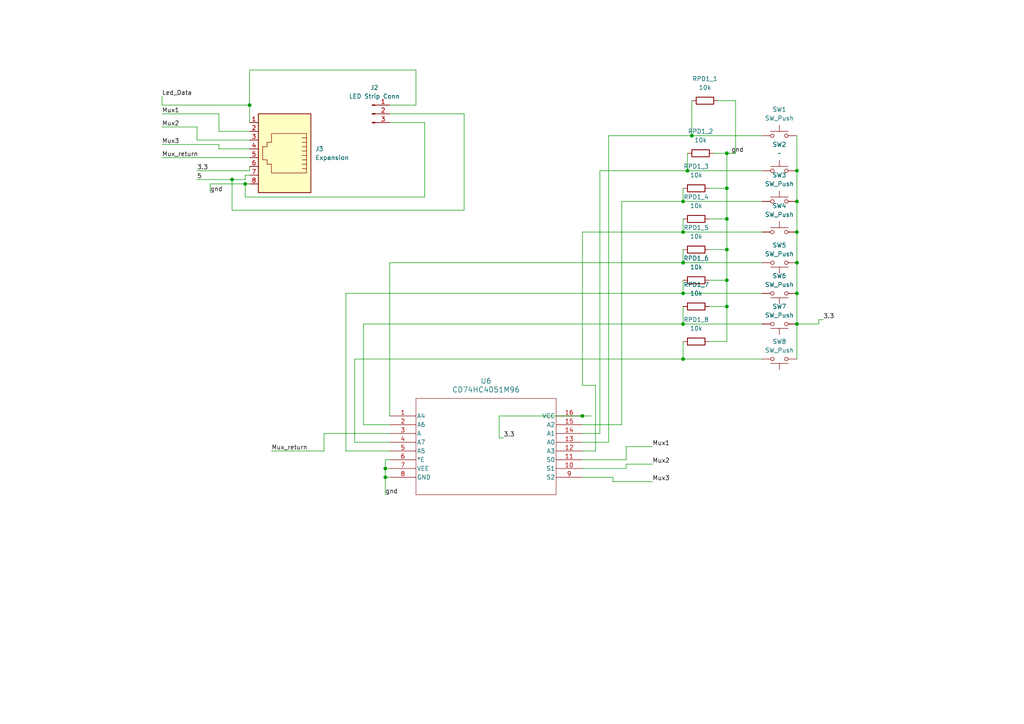
<source format=kicad_sch>
(kicad_sch (version 20230121) (generator eeschema)
  (paper "A4")
  (lib_symbols
    (symbol "2024-07-05_15-23-45:CD74HC4051M96" (pin_names (offset 0.254))
      (property "Reference" "U" (at 27.94 10.16 0))
      (property "Value" "CD74HC4051M96" (at 27.94 7.62 0))
      (symbol "CD74HC4051M96_0_1"
        (polyline (pts (xy 7.62 -22.86) (xy 48.26 -22.86)) (stroke (width 0.127)))
        (polyline (pts (xy 7.62 5.08) (xy 7.62 -22.86)) (stroke (width 0.127)))
        (polyline (pts (xy 48.26 -22.86) (xy 48.26 5.08)) (stroke (width 0.127)))
        (polyline (pts (xy 48.26 5.08) (xy 7.62 5.08)) (stroke (width 0.127)))
        (pin bidirectional line (at 0 0 0) (length 7.62) (name "A4") (number "1"))
        (pin bidirectional line (at 55.88 -15.24 180) (length 7.62) (name "S1") (number "10"))
        (pin bidirectional line (at 55.88 -12.7 180) (length 7.62) (name "S0") (number "11"))
        (pin bidirectional line (at 55.88 -10.16 180) (length 7.62) (name "A3") (number "12"))
        (pin bidirectional line (at 55.88 -7.62 180) (length 7.62) (name "A0") (number "13"))
        (pin bidirectional line (at 55.88 -5.08 180) (length 7.62) (name "A1") (number "14"))
        (pin bidirectional line (at 55.88 -2.54 180) (length 7.62) (name "A2") (number "15"))
        (pin power_in line (at 55.88 0 180) (length 7.62) (name "VCC") (number "16"))
        (pin bidirectional line (at 0 -2.54 0) (length 7.62) (name "A6") (number "2"))
        (pin bidirectional line (at 0 -5.08 0) (length 7.62) (name "A") (number "3"))
        (pin bidirectional line (at 0 -7.62 0) (length 7.62) (name "A7") (number "4"))
        (pin bidirectional line (at 0 -10.16 0) (length 7.62) (name "A5") (number "5"))
        (pin input line (at 0 -12.7 0) (length 7.62) (name "*E") (number "6"))
        (pin power_in line (at 0 -15.24 0) (length 7.62) (name "VEE") (number "7"))
        (pin power_in line (at 0 -17.78 0) (length 7.62) (name "GND") (number "8"))
        (pin bidirectional line (at 55.88 -17.78 180) (length 7.62) (name "S2") (number "9"))
      )
    )
    (symbol "Connector:8P8C" (pin_names (offset 1.016))
      (property "Reference" "J" (at -5.08 13.97 0))
      (property "Value" "8P8C" (at 2.54 13.97 0))
      (symbol "8P8C_0_1"
        (polyline (pts (xy -5.08 4.445) (xy -6.35 4.445)))
        (polyline (pts (xy -5.08 5.715) (xy -6.35 5.715)))
        (polyline (pts (xy -6.35 -3.175) (xy -5.08 -3.175) (xy -5.08 -3.175)))
        (polyline (pts (xy -6.35 -1.905) (xy -5.08 -1.905) (xy -5.08 -1.905)))
        (polyline (pts (xy -6.35 -0.635) (xy -5.08 -0.635) (xy -5.08 -0.635)))
        (polyline (pts (xy -6.35 0.635) (xy -5.08 0.635) (xy -5.08 0.635)))
        (polyline (pts (xy -6.35 1.905) (xy -5.08 1.905) (xy -5.08 1.905)))
        (polyline (pts (xy -5.08 3.175) (xy -6.35 3.175) (xy -6.35 3.175)))
        (polyline (pts (xy -6.35 -4.445) (xy -6.35 6.985) (xy 3.81 6.985) (xy 3.81 4.445) (xy 5.08 4.445) (xy 5.08 3.175) (xy 6.35 3.175) (xy 6.35 -0.635) (xy 5.08 -0.635) (xy 5.08 -1.905) (xy 3.81 -1.905) (xy 3.81 -4.445) (xy -6.35 -4.445) (xy -6.35 -4.445)))
        (rectangle (start 7.62 12.7) (end -7.62 -10.16) (stroke (width 0.254)) (fill (type background)))
      )
      (symbol "8P8C_1_1"
        (pin passive line (at 10.16 -7.62 180) (length 2.54) (name "~") (number "1"))
        (pin passive line (at 10.16 -5.08 180) (length 2.54) (name "~") (number "2"))
        (pin passive line (at 10.16 -2.54 180) (length 2.54) (name "~") (number "3"))
        (pin passive line (at 10.16 0 180) (length 2.54) (name "~") (number "4"))
        (pin passive line (at 10.16 2.54 180) (length 2.54) (name "~") (number "5"))
        (pin passive line (at 10.16 5.08 180) (length 2.54) (name "~") (number "6"))
        (pin passive line (at 10.16 7.62 180) (length 2.54) (name "~") (number "7"))
        (pin passive line (at 10.16 10.16 180) (length 2.54) (name "~") (number "8"))
      )
    )
    (symbol "Connector:Conn_01x03_Pin" (pin_names (offset 1.016) hide)
      (property "Reference" "J" (at 0 5.08 0))
      (property "Value" "Conn_01x03_Pin" (at 0 -5.08 0))
      (symbol "Conn_01x03_Pin_1_1"
        (polyline (pts (xy 1.27 -2.54) (xy 0.8636 -2.54)) (stroke (width 0.1524)))
        (polyline (pts (xy 1.27 0) (xy 0.8636 0)) (stroke (width 0.1524)))
        (polyline (pts (xy 1.27 2.54) (xy 0.8636 2.54)) (stroke (width 0.1524)))
        (rectangle (start 0.8636 -2.413) (end 0 -2.667) (stroke (width 0.1524)) (fill (type outline)))
        (rectangle (start 0.8636 0.127) (end 0 -0.127) (stroke (width 0.1524)) (fill (type outline)))
        (rectangle (start 0.8636 2.667) (end 0 2.413) (stroke (width 0.1524)) (fill (type outline)))
        (pin passive line (at 5.08 2.54 180) (length 3.81) (name "Pin_1") (number "1"))
        (pin passive line (at 5.08 0 180) (length 3.81) (name "Pin_2") (number "2"))
        (pin passive line (at 5.08 -2.54 180) (length 3.81) (name "Pin_3") (number "3"))
      )
    )
    (symbol "Device:R" (pin_numbers hide) (pin_names (offset 0))
      (property "Reference" "R" (at 2.032 0 90))
      (property "Value" "R" (at 0 0 90))
      (symbol "R_0_1"
        (rectangle (start -1.016 -2.54) (end 1.016 2.54) (stroke (width 0.254)))
      )
      (symbol "R_1_1"
        (pin passive line (at 0 3.81 270) (length 1.27) (name "~") (number "1"))
        (pin passive line (at 0 -3.81 90) (length 1.27) (name "~") (number "2"))
      )
    )
    (symbol "Switch:SW_Push" (pin_numbers hide) (pin_names (offset 1.016) hide)
      (property "Reference" "SW" (at 1.27 2.54 0))
      (property "Value" "SW_Push" (at 0 -1.524 0))
      (symbol "SW_Push_0_1"
        (circle (center -2.032 0) (radius 0.508))
        (polyline (pts (xy 0 1.27) (xy 0 3.048)))
        (polyline (pts (xy 2.54 1.27) (xy -2.54 1.27)))
        (circle (center 2.032 0) (radius 0.508))
        (pin passive line (at -5.08 0 0) (length 2.54) (name "1") (number "1"))
        (pin passive line (at 5.08 0 180) (length 2.54) (name "2") (number "2"))
      )
    )
  )
  (junction (at 210.82 54.61))
  (junction (at 199.39 49.53))
  (junction (at 231.14 49.53))
  (junction (at 231.14 85.09))
  (junction (at 72.39 30.48))
  (junction (at 198.12 67.31))
  (junction (at 198.12 76.2))
  (junction (at 198.12 85.09))
  (junction (at 168.91 120.65))
  (junction (at 231.14 93.98))
  (junction (at 111.76 138.43))
  (junction (at 71.12 53.34))
  (junction (at 210.82 72.39))
  (junction (at 198.12 104.14))
  (junction (at 210.82 81.28))
  (junction (at 210.82 44.45))
  (junction (at 198.12 58.42))
  (junction (at 210.82 88.9))
  (junction (at 198.12 93.98))
  (junction (at 231.14 76.2))
  (junction (at 231.14 58.42))
  (junction (at 111.76 135.89))
  (junction (at 67.31 52.07))
  (junction (at 200.66 39.37))
  (junction (at 210.82 63.5))
  (junction (at 231.14 67.31))
  (wire (pts (xy 57.15 49.53) (xy 72.39 49.53)))
  (wire (pts (xy 113.03 133.35) (xy 111.76 133.35)))
  (wire (pts (xy 210.82 99.06) (xy 210.82 88.9)))
  (wire (pts (xy 120.65 20.32) (xy 72.39 20.32)))
  (wire (pts (xy 176.53 39.37) (xy 200.66 39.37)))
  (wire (pts (xy 71.12 52.07) (xy 71.12 50.8)))
  (wire (pts (xy 181.61 133.35) (xy 181.61 129.54)))
  (wire (pts (xy 181.61 135.89) (xy 181.61 134.62)))
  (wire (pts (xy 231.14 58.42) (xy 231.14 67.31)))
  (wire (pts (xy 168.91 111.76) (xy 172.72 111.76)))
  (wire (pts (xy 71.12 53.34) (xy 71.12 57.15)))
  (wire (pts (xy 134.62 33.02) (xy 134.62 60.96)))
  (wire (pts (xy 198.12 63.5) (xy 198.12 67.31)))
  (wire (pts (xy 168.91 135.89) (xy 181.61 135.89)))
  (wire (pts (xy 63.5 33.02) (xy 63.5 38.1)))
  (wire (pts (xy 67.31 60.96) (xy 67.31 52.07)))
  (wire (pts (xy 199.39 44.45) (xy 199.39 49.53)))
  (wire (pts (xy 213.36 29.21) (xy 213.36 44.45)))
  (wire (pts (xy 205.74 63.5) (xy 210.82 63.5)))
  (wire (pts (xy 168.91 138.43) (xy 177.8 138.43)))
  (wire (pts (xy 57.15 52.07) (xy 67.31 52.07)))
  (wire (pts (xy 198.12 88.9) (xy 198.12 93.98)))
  (wire (pts (xy 60.96 53.34) (xy 71.12 53.34)))
  (wire (pts (xy 210.82 88.9) (xy 210.82 81.28)))
  (wire (pts (xy 134.62 60.96) (xy 67.31 60.96)))
  (wire (pts (xy 168.91 125.73) (xy 173.99 125.73)))
  (wire (pts (xy 67.31 52.07) (xy 71.12 52.07)))
  (wire (pts (xy 205.74 88.9) (xy 210.82 88.9)))
  (wire (pts (xy 198.12 81.28) (xy 198.12 85.09)))
  (wire (pts (xy 113.03 33.02) (xy 134.62 33.02)))
  (wire (pts (xy 180.34 123.19) (xy 180.34 58.42)))
  (wire (pts (xy 168.91 67.31) (xy 198.12 67.31)))
  (wire (pts (xy 198.12 67.31) (xy 220.98 67.31)))
  (wire (pts (xy 63.5 43.18) (xy 72.39 43.18)))
  (wire (pts (xy 63.5 38.1) (xy 72.39 38.1)))
  (wire (pts (xy 111.76 135.89) (xy 111.76 138.43)))
  (wire (pts (xy 205.74 81.28) (xy 210.82 81.28)))
  (wire (pts (xy 237.49 93.98) (xy 231.14 93.98)))
  (wire (pts (xy 113.03 123.19) (xy 105.41 123.19)))
  (wire (pts (xy 168.91 130.81) (xy 172.72 130.81)))
  (wire (pts (xy 181.61 129.54) (xy 189.23 129.54)))
  (wire (pts (xy 105.41 123.19) (xy 105.41 93.98)))
  (wire (pts (xy 123.19 57.15) (xy 71.12 57.15)))
  (wire (pts (xy 199.39 49.53) (xy 220.98 49.53)))
  (wire (pts (xy 210.82 72.39) (xy 210.82 63.5)))
  (wire (pts (xy 168.91 123.19) (xy 180.34 123.19)))
  (wire (pts (xy 72.39 30.48) (xy 72.39 35.56)))
  (wire (pts (xy 198.12 99.06) (xy 198.12 104.14)))
  (wire (pts (xy 72.39 49.53) (xy 72.39 48.26)))
  (wire (pts (xy 198.12 104.14) (xy 220.98 104.14)))
  (wire (pts (xy 113.03 130.81) (xy 100.33 130.81)))
  (wire (pts (xy 46.99 41.91) (xy 63.5 41.91)))
  (wire (pts (xy 198.12 76.2) (xy 220.98 76.2)))
  (wire (pts (xy 72.39 20.32) (xy 72.39 30.48)))
  (wire (pts (xy 207.01 44.45) (xy 210.82 44.45)))
  (wire (pts (xy 100.33 130.81) (xy 100.33 85.09)))
  (wire (pts (xy 144.78 120.65) (xy 144.78 127)))
  (wire (pts (xy 238.76 92.71) (xy 237.49 92.71)))
  (wire (pts (xy 60.96 55.88) (xy 60.96 53.34)))
  (wire (pts (xy 198.12 85.09) (xy 220.98 85.09)))
  (wire (pts (xy 105.41 93.98) (xy 198.12 93.98)))
  (wire (pts (xy 210.82 81.28) (xy 210.82 72.39)))
  (wire (pts (xy 46.99 27.94) (xy 46.99 30.48)))
  (wire (pts (xy 168.91 120.65) (xy 144.78 120.65)))
  (wire (pts (xy 46.99 33.02) (xy 63.5 33.02)))
  (wire (pts (xy 198.12 54.61) (xy 198.12 58.42)))
  (wire (pts (xy 100.33 85.09) (xy 198.12 85.09)))
  (wire (pts (xy 205.74 99.06) (xy 210.82 99.06)))
  (wire (pts (xy 111.76 133.35) (xy 111.76 135.89)))
  (wire (pts (xy 231.14 76.2) (xy 231.14 85.09)))
  (wire (pts (xy 200.66 39.37) (xy 220.98 39.37)))
  (wire (pts (xy 198.12 58.42) (xy 220.98 58.42)))
  (wire (pts (xy 208.28 29.21) (xy 213.36 29.21)))
  (wire (pts (xy 231.14 67.31) (xy 231.14 76.2)))
  (wire (pts (xy 113.03 76.2) (xy 198.12 76.2)))
  (wire (pts (xy 93.98 125.73) (xy 113.03 125.73)))
  (wire (pts (xy 210.82 44.45) (xy 213.36 44.45)))
  (wire (pts (xy 177.8 139.7) (xy 189.23 139.7)))
  (wire (pts (xy 93.98 130.81) (xy 93.98 125.73)))
  (wire (pts (xy 173.99 125.73) (xy 173.99 49.53)))
  (wire (pts (xy 102.87 128.27) (xy 102.87 104.14)))
  (wire (pts (xy 63.5 41.91) (xy 63.5 43.18)))
  (wire (pts (xy 46.99 45.72) (xy 72.39 45.72)))
  (wire (pts (xy 176.53 128.27) (xy 176.53 39.37)))
  (wire (pts (xy 46.99 36.83) (xy 57.15 36.83)))
  (wire (pts (xy 113.03 128.27) (xy 102.87 128.27)))
  (wire (pts (xy 198.12 72.39) (xy 198.12 76.2)))
  (wire (pts (xy 102.87 104.14) (xy 198.12 104.14)))
  (wire (pts (xy 231.14 49.53) (xy 231.14 58.42)))
  (wire (pts (xy 231.14 93.98) (xy 231.14 104.14)))
  (wire (pts (xy 111.76 143.51) (xy 111.76 138.43)))
  (wire (pts (xy 123.19 35.56) (xy 113.03 35.56)))
  (wire (pts (xy 210.82 63.5) (xy 210.82 54.61)))
  (wire (pts (xy 231.14 85.09) (xy 231.14 93.98)))
  (wire (pts (xy 210.82 54.61) (xy 210.82 44.45)))
  (wire (pts (xy 237.49 92.71) (xy 237.49 93.98)))
  (wire (pts (xy 172.72 111.76) (xy 172.72 130.81)))
  (wire (pts (xy 177.8 139.7) (xy 177.8 138.43)))
  (wire (pts (xy 57.15 40.64) (xy 72.39 40.64)))
  (wire (pts (xy 123.19 35.56) (xy 123.19 57.15)))
  (wire (pts (xy 205.74 72.39) (xy 210.82 72.39)))
  (wire (pts (xy 113.03 135.89) (xy 111.76 135.89)))
  (wire (pts (xy 78.74 130.81) (xy 93.98 130.81)))
  (wire (pts (xy 231.14 39.37) (xy 231.14 49.53)))
  (wire (pts (xy 171.45 120.65) (xy 168.91 120.65)))
  (wire (pts (xy 168.91 128.27) (xy 176.53 128.27)))
  (wire (pts (xy 113.03 76.2) (xy 113.03 120.65)))
  (wire (pts (xy 168.91 133.35) (xy 181.61 133.35)))
  (wire (pts (xy 120.65 30.48) (xy 120.65 20.32)))
  (wire (pts (xy 71.12 50.8) (xy 72.39 50.8)))
  (wire (pts (xy 111.76 138.43) (xy 113.03 138.43)))
  (wire (pts (xy 113.03 30.48) (xy 120.65 30.48)))
  (wire (pts (xy 57.15 36.83) (xy 57.15 40.64)))
  (wire (pts (xy 144.78 127) (xy 146.05 127)))
  (wire (pts (xy 46.99 30.48) (xy 72.39 30.48)))
  (wire (pts (xy 205.74 54.61) (xy 210.82 54.61)))
  (wire (pts (xy 71.12 53.34) (xy 72.39 53.34)))
  (wire (pts (xy 181.61 134.62) (xy 189.23 134.62)))
  (wire (pts (xy 200.66 29.21) (xy 200.66 39.37)))
  (wire (pts (xy 198.12 93.98) (xy 220.98 93.98)))
  (wire (pts (xy 173.99 49.53) (xy 199.39 49.53)))
  (wire (pts (xy 180.34 58.42) (xy 198.12 58.42)))
  (wire (pts (xy 168.91 111.76) (xy 168.91 67.31)))
  (label "gnd" (at 111.76 143.51 0))
  (label "Mux1" (at 46.99 33.02 0))
  (label "Mux3" (at 46.99 41.91 0))
  (label "Mux_return" (at 46.99 45.72 0))
  (label "gnd" (at 60.96 55.88 0))
  (label "5" (at 57.15 52.07 0))
  (label "3.3" (at 57.15 49.53 0))
  (label "Mux2" (at 189.23 134.62 0))
  (label "gnd" (at 212.09 44.45 0))
  (label "Led_Data" (at 46.99 27.94 0))
  (label "Mux1" (at 189.23 129.54 0))
  (label "Mux2" (at 46.99 36.83 0))
  (label "Mux3" (at 189.23 139.7 0))
  (label "3.3" (at 146.05 127 0))
  (label "3.3" (at 238.76 92.71 0))
  (label "Mux_return" (at 78.74 130.81 0))
  (symbol (lib_id "Device:R") (at 201.93 81.28 90) (unit 1)
    (property "Reference" "RPD1_6" (at 201.93 74.93 90))
    (property "Value" "10k" (at 201.93 77.47 90))
    (property "Footprint" "Resistor_SMD:R_0805_2012Metric_Pad1.20x1.40mm_HandSolder" (effects hide))
  )
  (symbol (lib_id "Switch:SW_Push") (at 226.06 49.53 0) (unit 1)
    (property "Reference" "SW2" (at 226.06 41.91 0))
    (property "Value" "~" (at 226.06 44.45 0))
    (property "Footprint" "TerminalBlock_4Ucon:TerminalBlock_4Ucon_1x02_P3.50mm_Vertical" (effects hide))
  )
  (symbol (lib_id "Switch:SW_Push") (at 226.06 58.42 0) (unit 1)
    (property "Reference" "SW3" (at 226.06 50.8 0))
    (property "Value" "SW_Push" (at 226.06 53.34 0))
    (property "Footprint" "TerminalBlock_4Ucon:TerminalBlock_4Ucon_1x02_P3.50mm_Vertical" (effects hide))
  )
  (symbol (lib_id "Device:R") (at 201.93 88.9 90) (unit 1)
    (property "Reference" "RPD1_7" (at 201.93 82.55 90))
    (property "Value" "10k" (at 201.93 85.09 90))
    (property "Footprint" "Resistor_SMD:R_0805_2012Metric_Pad1.20x1.40mm_HandSolder" (effects hide))
  )
  (symbol (lib_id "Switch:SW_Push") (at 226.06 67.31 0) (unit 1)
    (property "Reference" "SW4" (at 226.06 59.69 0))
    (property "Value" "SW_Push" (at 226.06 62.23 0))
    (property "Footprint" "TerminalBlock_4Ucon:TerminalBlock_4Ucon_1x02_P3.50mm_Vertical" (effects hide))
  )
  (symbol (lib_id "Switch:SW_Push") (at 226.06 85.09 180) (unit 1)
    (property "Reference" "SW6" (at 226.06 80.01 0))
    (property "Value" "SW_Push" (at 226.06 82.55 0))
    (property "Footprint" "TerminalBlock_4Ucon:TerminalBlock_4Ucon_1x02_P3.50mm_Vertical" (effects hide))
  )
  (symbol (lib_id "Connector:Conn_01x03_Pin") (at 107.95 33.02 0) (unit 1)
    (property "Reference" "J2" (at 108.585 25.4 0))
    (property "Value" "LED Strip Conn" (at 108.585 27.94 0))
    (property "Footprint" "Connector_PinHeader_2.54mm:PinHeader_1x03_P2.54mm_Vertical" (effects hide))
  )
  (symbol (lib_id "Device:R") (at 201.93 63.5 90) (unit 1)
    (property "Reference" "RPD1_4" (at 201.93 57.15 90))
    (property "Value" "10k" (at 201.93 59.69 90))
    (property "Footprint" "Resistor_SMD:R_0805_2012Metric_Pad1.20x1.40mm_HandSolder" (effects hide))
  )
  (symbol (lib_id "Device:R") (at 203.2 44.45 90) (unit 1)
    (property "Reference" "RPD1_2" (at 203.2 38.1 90))
    (property "Value" "10k" (at 203.2 40.64 90))
    (property "Footprint" "Resistor_SMD:R_0805_2012Metric_Pad1.20x1.40mm_HandSolder" (effects hide))
  )
  (symbol (lib_id "Device:R") (at 201.93 72.39 90) (unit 1)
    (property "Reference" "RPD1_5" (at 201.93 66.04 90))
    (property "Value" "10k" (at 201.93 68.58 90))
    (property "Footprint" "Resistor_SMD:R_0805_2012Metric_Pad1.20x1.40mm_HandSolder" (effects hide))
  )
  (symbol (lib_id "Device:R") (at 201.93 99.06 90) (unit 1)
    (property "Reference" "RPD1_8" (at 201.93 92.71 90))
    (property "Value" "10k" (at 201.93 95.25 90))
    (property "Footprint" "Resistor_SMD:R_0805_2012Metric_Pad1.20x1.40mm_HandSolder" (effects hide))
  )
  (symbol (lib_id "Connector:8P8C") (at 82.55 43.18 180) (unit 1)
    (property "Reference" "J3" (at 91.44 43.18 0) (effects (justify right)))
    (property "Value" "Expansion" (at 91.44 45.72 0) (effects (justify right)))
    (property "Footprint" "Connector_RJ:RJ45_Amphenol_54602-x08_Horizontal" (effects hide))
  )
  (symbol (lib_id "Device:R") (at 204.47 29.21 90) (unit 1)
    (property "Reference" "RPD1_1" (at 204.47 22.86 90))
    (property "Value" "10k" (at 204.47 25.4 90))
    (property "Footprint" "Resistor_SMD:R_0805_2012Metric_Pad1.20x1.40mm_HandSolder" (effects hide))
  )
  (symbol (lib_id "Switch:SW_Push") (at 226.06 39.37 0) (unit 1)
    (property "Reference" "SW1" (at 226.06 31.75 0))
    (property "Value" "SW_Push" (at 226.06 34.29 0))
    (property "Footprint" "TerminalBlock_4Ucon:TerminalBlock_4Ucon_1x02_P3.50mm_Vertical" (effects hide))
  )
  (symbol (lib_id "Device:R") (at 201.93 54.61 90) (unit 1)
    (property "Reference" "RPD1_3" (at 201.93 48.26 90))
    (property "Value" "10k" (at 201.93 50.8 90))
    (property "Footprint" "Resistor_SMD:R_0805_2012Metric_Pad1.20x1.40mm_HandSolder" (effects hide))
  )
  (symbol (lib_id "Switch:SW_Push") (at 226.06 76.2 180) (unit 1)
    (property "Reference" "SW5" (at 226.06 71.12 0))
    (property "Value" "SW_Push" (at 226.06 73.66 0))
    (property "Footprint" "TerminalBlock_4Ucon:TerminalBlock_4Ucon_1x02_P3.50mm_Vertical" (effects hide))
  )
  (symbol (lib_id "Switch:SW_Push") (at 226.06 104.14 180) (unit 1)
    (property "Reference" "SW8" (at 226.06 99.06 0))
    (property "Value" "SW_Push" (at 226.06 101.6 0))
    (property "Footprint" "TerminalBlock_4Ucon:TerminalBlock_4Ucon_1x02_P3.50mm_Vertical" (effects hide))
  )
  (symbol (lib_id "2024-07-05_15-23-45:CD74HC4051M96") (at 113.03 120.65 0) (unit 1)
    (property "Reference" "U6" (at 140.97 110.49 0) (effects (font (size 1.524 1.524))))
    (property "Value" "CD74HC4051M96" (at 140.97 113.03 0) (effects (font (size 1.524 1.524))))
    (property "Footprint" "Package_SO:QSOP-16_3.9x4.9mm_P0.635mm" (effects hide))
    (property "Datasheet" "CD74HC4051M96" (effects hide))
  )
  (symbol (lib_id "Switch:SW_Push") (at 226.06 93.98 180) (unit 1)
    (property "Reference" "SW7" (at 226.06 88.9 0))
    (property "Value" "SW_Push" (at 226.06 91.44 0))
    (property "Footprint" "TerminalBlock_4Ucon:TerminalBlock_4Ucon_1x02_P3.50mm_Vertical" (effects hide))
  )
)
</source>
